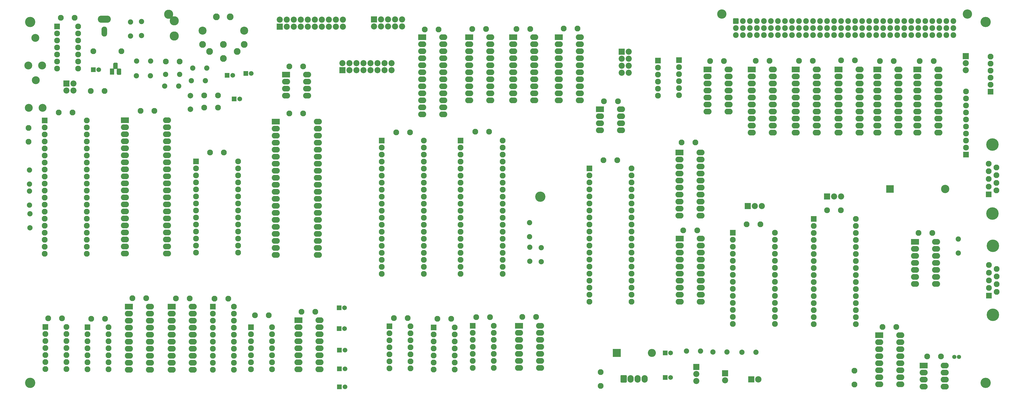
<source format=gts>
G04 #@! TF.GenerationSoftware,KiCad,Pcbnew,(5.1.5)-3*
G04 #@! TF.CreationDate,2021-01-05T18:48:48-06:00*
G04 #@! TF.ProjectId,SBC,5342432e-6b69-4636-9164-5f7063625858,rev?*
G04 #@! TF.SameCoordinates,Original*
G04 #@! TF.FileFunction,Soldermask,Top*
G04 #@! TF.FilePolarity,Negative*
%FSLAX46Y46*%
G04 Gerber Fmt 4.6, Leading zero omitted, Abs format (unit mm)*
G04 Created by KiCad (PCBNEW (5.1.5)-3) date 2021-01-05 18:48:48*
%MOMM*%
%LPD*%
G04 APERTURE LIST*
%ADD10O,2.208000X2.208000*%
%ADD11R,2.208000X2.208000*%
%ADD12C,3.708000*%
%ADD13C,3.008000*%
%ADD14R,2.678000X2.678000*%
%ADD15C,3.308000*%
%ADD16O,4.708000X2.608000*%
%ADD17O,2.058000X3.608000*%
%ADD18O,2.908000X2.108000*%
%ADD19R,2.908000X2.108000*%
%ADD20C,2.058000*%
%ADD21C,0.150000*%
%ADD22C,3.358000*%
%ADD23R,1.608000X2.308000*%
%ADD24C,2.108000*%
%ADD25C,2.008000*%
%ADD26C,1.508000*%
%ADD27O,2.108000X2.108000*%
%ADD28R,2.108000X2.108000*%
%ADD29C,2.848000*%
%ADD30O,1.908000X1.908000*%
%ADD31C,1.908000*%
%ADD32O,2.248000X2.708000*%
%ADD33C,2.458000*%
%ADD34C,2.908000*%
%ADD35C,4.508000*%
%ADD36C,2.308000*%
%ADD37R,2.308000X2.308000*%
%ADD38O,2.908000X2.908000*%
%ADD39R,2.908000X2.908000*%
%ADD40C,1.708000*%
%ADD41R,1.708000X1.708000*%
G04 APERTURE END LIST*
D10*
X145760000Y-74560000D03*
X145760000Y-77100000D03*
X143220000Y-74560000D03*
X143220000Y-77100000D03*
X140680000Y-74560000D03*
X140680000Y-77100000D03*
X138140000Y-74560000D03*
X138140000Y-77100000D03*
X135600000Y-74560000D03*
X135600000Y-77100000D03*
X133060000Y-74560000D03*
X133060000Y-77100000D03*
X130520000Y-74560000D03*
X130520000Y-77100000D03*
X127980000Y-74560000D03*
X127980000Y-77100000D03*
X125440000Y-74560000D03*
X125440000Y-77100000D03*
X122900000Y-74560000D03*
D11*
X122900000Y-77100000D03*
D10*
X163380000Y-90360000D03*
X163380000Y-92900000D03*
X160840000Y-90360000D03*
X160840000Y-92900000D03*
X158300000Y-90360000D03*
X158300000Y-92900000D03*
X155760000Y-90360000D03*
X155760000Y-92900000D03*
X153220000Y-90360000D03*
X153220000Y-92900000D03*
X150680000Y-90360000D03*
X150680000Y-92900000D03*
X148140000Y-90360000D03*
X148140000Y-92900000D03*
X145600000Y-90360000D03*
D11*
X145600000Y-92900000D03*
D12*
X217200000Y-138700000D03*
X378400000Y-75400000D03*
X378400000Y-206100000D03*
X32600000Y-206100000D03*
X32600000Y-75400000D03*
D13*
X363800000Y-135900000D03*
D14*
X343800000Y-135900000D03*
D15*
X84700000Y-80500000D03*
X84700000Y-75000000D03*
X82700000Y-72600000D03*
D16*
X59400000Y-74400000D03*
D17*
X59400000Y-78900000D03*
D18*
X285420000Y-92600000D03*
X277800000Y-107840000D03*
X285420000Y-95140000D03*
X277800000Y-105300000D03*
X285420000Y-97680000D03*
X277800000Y-102760000D03*
X285420000Y-100220000D03*
X277800000Y-100220000D03*
X285420000Y-102760000D03*
X277800000Y-97680000D03*
X285420000Y-105300000D03*
X277800000Y-95140000D03*
X285420000Y-107840000D03*
D19*
X277800000Y-92600000D03*
D20*
X366740000Y-80180000D03*
X364200000Y-80180000D03*
X361660000Y-80180000D03*
X359120000Y-80180000D03*
X356580000Y-80180000D03*
X354040000Y-80180000D03*
X351500000Y-80180000D03*
X348960000Y-80180000D03*
X346420000Y-80180000D03*
X343880000Y-80180000D03*
X341340000Y-80180000D03*
X338800000Y-80180000D03*
X336260000Y-80180000D03*
X333720000Y-80180000D03*
X331180000Y-80180000D03*
X328640000Y-80180000D03*
X326100000Y-80180000D03*
X323560000Y-80180000D03*
X321020000Y-80180000D03*
X318480000Y-80180000D03*
X315940000Y-80180000D03*
X313400000Y-80180000D03*
X310860000Y-80180000D03*
X308320000Y-80180000D03*
X305780000Y-80180000D03*
X303240000Y-80180000D03*
X300700000Y-80180000D03*
X298160000Y-80180000D03*
X295620000Y-80180000D03*
X293080000Y-80180000D03*
X290540000Y-80180000D03*
X288000000Y-80180000D03*
X366740000Y-77640000D03*
X364200000Y-77640000D03*
X361660000Y-77640000D03*
X359120000Y-77640000D03*
X356580000Y-77640000D03*
X354040000Y-77640000D03*
X351500000Y-77640000D03*
X348960000Y-77640000D03*
X346420000Y-77640000D03*
X343880000Y-77640000D03*
X341340000Y-77640000D03*
X338800000Y-77640000D03*
X336260000Y-77640000D03*
X333720000Y-77640000D03*
X331180000Y-77640000D03*
X328640000Y-77640000D03*
X326100000Y-77640000D03*
X323560000Y-77640000D03*
X321020000Y-77640000D03*
X318480000Y-77640000D03*
X315940000Y-77640000D03*
X313400000Y-77640000D03*
X310860000Y-77640000D03*
X308320000Y-77640000D03*
X305780000Y-77640000D03*
X303240000Y-77640000D03*
X300700000Y-77640000D03*
X298160000Y-77640000D03*
X295620000Y-77640000D03*
X293080000Y-77640000D03*
X290540000Y-77640000D03*
X288000000Y-77640000D03*
X366740000Y-75100000D03*
X364200000Y-75100000D03*
X361660000Y-75100000D03*
X359120000Y-75100000D03*
X356580000Y-75100000D03*
X354040000Y-75100000D03*
X351500000Y-75100000D03*
X348960000Y-75100000D03*
X346420000Y-75100000D03*
X343880000Y-75100000D03*
X341340000Y-75100000D03*
X338800000Y-75100000D03*
X336260000Y-75100000D03*
X333720000Y-75100000D03*
X331180000Y-75100000D03*
X328640000Y-75100000D03*
X326100000Y-75100000D03*
X323560000Y-75100000D03*
X321020000Y-75100000D03*
X318480000Y-75100000D03*
X315940000Y-75100000D03*
X313400000Y-75100000D03*
X310860000Y-75100000D03*
X308320000Y-75100000D03*
X305780000Y-75100000D03*
X303240000Y-75100000D03*
X300700000Y-75100000D03*
X298160000Y-75100000D03*
X295620000Y-75100000D03*
X293080000Y-75100000D03*
X290540000Y-75100000D03*
D21*
G36*
X288730139Y-74072595D02*
G01*
X288762303Y-74077367D01*
X288793844Y-74085267D01*
X288824460Y-74096222D01*
X288853854Y-74110124D01*
X288881744Y-74126841D01*
X288907861Y-74146210D01*
X288931953Y-74168047D01*
X288953790Y-74192139D01*
X288973159Y-74218256D01*
X288989876Y-74246146D01*
X289003778Y-74275540D01*
X289014733Y-74306156D01*
X289022633Y-74337697D01*
X289027405Y-74369861D01*
X289029000Y-74402338D01*
X289029000Y-75797662D01*
X289027405Y-75830139D01*
X289022633Y-75862303D01*
X289014733Y-75893844D01*
X289003778Y-75924460D01*
X288989876Y-75953854D01*
X288973159Y-75981744D01*
X288953790Y-76007861D01*
X288931953Y-76031953D01*
X288907861Y-76053790D01*
X288881744Y-76073159D01*
X288853854Y-76089876D01*
X288824460Y-76103778D01*
X288793844Y-76114733D01*
X288762303Y-76122633D01*
X288730139Y-76127405D01*
X288697662Y-76129000D01*
X287302338Y-76129000D01*
X287269861Y-76127405D01*
X287237697Y-76122633D01*
X287206156Y-76114733D01*
X287175540Y-76103778D01*
X287146146Y-76089876D01*
X287118256Y-76073159D01*
X287092139Y-76053790D01*
X287068047Y-76031953D01*
X287046210Y-76007861D01*
X287026841Y-75981744D01*
X287010124Y-75953854D01*
X286996222Y-75924460D01*
X286985267Y-75893844D01*
X286977367Y-75862303D01*
X286972595Y-75830139D01*
X286971000Y-75797662D01*
X286971000Y-74402338D01*
X286972595Y-74369861D01*
X286977367Y-74337697D01*
X286985267Y-74306156D01*
X286996222Y-74275540D01*
X287010124Y-74246146D01*
X287026841Y-74218256D01*
X287046210Y-74192139D01*
X287068047Y-74168047D01*
X287092139Y-74146210D01*
X287118256Y-74126841D01*
X287146146Y-74110124D01*
X287175540Y-74096222D01*
X287206156Y-74085267D01*
X287237697Y-74077367D01*
X287269861Y-74072595D01*
X287302338Y-74071000D01*
X288697662Y-74071000D01*
X288730139Y-74072595D01*
G37*
D22*
X371820000Y-72560000D03*
X282920000Y-72560000D03*
D23*
X62200000Y-93400000D03*
D21*
G36*
X65181403Y-92247936D02*
G01*
X65220426Y-92253724D01*
X65258694Y-92263310D01*
X65295839Y-92276600D01*
X65331501Y-92293468D01*
X65365339Y-92313749D01*
X65397026Y-92337250D01*
X65426257Y-92363743D01*
X65452750Y-92392974D01*
X65476251Y-92424661D01*
X65496532Y-92458499D01*
X65513400Y-92494161D01*
X65526690Y-92531306D01*
X65536276Y-92569574D01*
X65542064Y-92608597D01*
X65544000Y-92648000D01*
X65544000Y-94152000D01*
X65542064Y-94191403D01*
X65536276Y-94230426D01*
X65526690Y-94268694D01*
X65513400Y-94305839D01*
X65496532Y-94341501D01*
X65476251Y-94375339D01*
X65452750Y-94407026D01*
X65426257Y-94436257D01*
X65397026Y-94462750D01*
X65365339Y-94486251D01*
X65331501Y-94506532D01*
X65295839Y-94523400D01*
X65258694Y-94536690D01*
X65220426Y-94546276D01*
X65181403Y-94552064D01*
X65142000Y-94554000D01*
X64338000Y-94554000D01*
X64298597Y-94552064D01*
X64259574Y-94546276D01*
X64221306Y-94536690D01*
X64184161Y-94523400D01*
X64148499Y-94506532D01*
X64114661Y-94486251D01*
X64082974Y-94462750D01*
X64053743Y-94436257D01*
X64027250Y-94407026D01*
X64003749Y-94375339D01*
X63983468Y-94341501D01*
X63966600Y-94305839D01*
X63953310Y-94268694D01*
X63943724Y-94230426D01*
X63937936Y-94191403D01*
X63936000Y-94152000D01*
X63936000Y-92648000D01*
X63937936Y-92608597D01*
X63943724Y-92569574D01*
X63953310Y-92531306D01*
X63966600Y-92494161D01*
X63983468Y-92458499D01*
X64003749Y-92424661D01*
X64027250Y-92392974D01*
X64053743Y-92363743D01*
X64082974Y-92337250D01*
X64114661Y-92313749D01*
X64148499Y-92293468D01*
X64184161Y-92276600D01*
X64221306Y-92263310D01*
X64259574Y-92253724D01*
X64298597Y-92247936D01*
X64338000Y-92246000D01*
X65142000Y-92246000D01*
X65181403Y-92247936D01*
G37*
G36*
X63911403Y-90177936D02*
G01*
X63950426Y-90183724D01*
X63988694Y-90193310D01*
X64025839Y-90206600D01*
X64061501Y-90223468D01*
X64095339Y-90243749D01*
X64127026Y-90267250D01*
X64156257Y-90293743D01*
X64182750Y-90322974D01*
X64206251Y-90354661D01*
X64226532Y-90388499D01*
X64243400Y-90424161D01*
X64256690Y-90461306D01*
X64266276Y-90499574D01*
X64272064Y-90538597D01*
X64274000Y-90578000D01*
X64274000Y-92082000D01*
X64272064Y-92121403D01*
X64266276Y-92160426D01*
X64256690Y-92198694D01*
X64243400Y-92235839D01*
X64226532Y-92271501D01*
X64206251Y-92305339D01*
X64182750Y-92337026D01*
X64156257Y-92366257D01*
X64127026Y-92392750D01*
X64095339Y-92416251D01*
X64061501Y-92436532D01*
X64025839Y-92453400D01*
X63988694Y-92466690D01*
X63950426Y-92476276D01*
X63911403Y-92482064D01*
X63872000Y-92484000D01*
X63068000Y-92484000D01*
X63028597Y-92482064D01*
X62989574Y-92476276D01*
X62951306Y-92466690D01*
X62914161Y-92453400D01*
X62878499Y-92436532D01*
X62844661Y-92416251D01*
X62812974Y-92392750D01*
X62783743Y-92366257D01*
X62757250Y-92337026D01*
X62733749Y-92305339D01*
X62713468Y-92271501D01*
X62696600Y-92235839D01*
X62683310Y-92198694D01*
X62673724Y-92160426D01*
X62667936Y-92121403D01*
X62666000Y-92082000D01*
X62666000Y-90578000D01*
X62667936Y-90538597D01*
X62673724Y-90499574D01*
X62683310Y-90461306D01*
X62696600Y-90424161D01*
X62713468Y-90388499D01*
X62733749Y-90354661D01*
X62757250Y-90322974D01*
X62783743Y-90293743D01*
X62812974Y-90267250D01*
X62844661Y-90243749D01*
X62878499Y-90223468D01*
X62914161Y-90206600D01*
X62951306Y-90193310D01*
X62989574Y-90183724D01*
X63028597Y-90177936D01*
X63068000Y-90176000D01*
X63872000Y-90176000D01*
X63911403Y-90177936D01*
G37*
D24*
X340200000Y-89600000D03*
X345200000Y-89600000D03*
X326100000Y-89300000D03*
X331100000Y-89300000D03*
X357300000Y-196500000D03*
X362300000Y-196500000D03*
X354600000Y-89600000D03*
X359600000Y-89600000D03*
X341100000Y-185800000D03*
X346100000Y-185800000D03*
D25*
X90600000Y-102100000D03*
X90600000Y-107000000D03*
D24*
X131400000Y-108500000D03*
X126400000Y-108500000D03*
X47900000Y-108200000D03*
X42900000Y-108200000D03*
X85300000Y-175500000D03*
X90300000Y-175500000D03*
X48700000Y-73900000D03*
X43700000Y-73900000D03*
X131400000Y-91500000D03*
X126400000Y-91500000D03*
X77500000Y-107600000D03*
X72500000Y-107600000D03*
X130800000Y-180300000D03*
X135800000Y-180300000D03*
X102700000Y-122700000D03*
X97700000Y-122700000D03*
X165100000Y-115400000D03*
X170100000Y-115400000D03*
D26*
X368800000Y-196700000D03*
X367100000Y-196700000D03*
D27*
X186220000Y-186000000D03*
X178600000Y-201240000D03*
X186220000Y-188540000D03*
X178600000Y-198700000D03*
X186220000Y-191080000D03*
X178600000Y-196160000D03*
X186220000Y-193620000D03*
X178600000Y-193620000D03*
X186220000Y-196160000D03*
X178600000Y-191080000D03*
X186220000Y-198700000D03*
X178600000Y-188540000D03*
X186220000Y-201240000D03*
D28*
X178600000Y-186000000D03*
D27*
X175040000Y-118400000D03*
X159800000Y-166660000D03*
X175040000Y-120940000D03*
X159800000Y-164120000D03*
X175040000Y-123480000D03*
X159800000Y-161580000D03*
X175040000Y-126020000D03*
X159800000Y-159040000D03*
X175040000Y-128560000D03*
X159800000Y-156500000D03*
X175040000Y-131100000D03*
X159800000Y-153960000D03*
X175040000Y-133640000D03*
X159800000Y-151420000D03*
X175040000Y-136180000D03*
X159800000Y-148880000D03*
X175040000Y-138720000D03*
X159800000Y-146340000D03*
X175040000Y-141260000D03*
X159800000Y-143800000D03*
X175040000Y-143800000D03*
X159800000Y-141260000D03*
X175040000Y-146340000D03*
X159800000Y-138720000D03*
X175040000Y-148880000D03*
X159800000Y-136180000D03*
X175040000Y-151420000D03*
X159800000Y-133640000D03*
X175040000Y-153960000D03*
X159800000Y-131100000D03*
X175040000Y-156500000D03*
X159800000Y-128560000D03*
X175040000Y-159040000D03*
X159800000Y-126020000D03*
X175040000Y-161580000D03*
X159800000Y-123480000D03*
X175040000Y-164120000D03*
X159800000Y-120940000D03*
X175040000Y-166660000D03*
D28*
X159800000Y-118400000D03*
D27*
X203640000Y-118400000D03*
X188400000Y-166660000D03*
X203640000Y-120940000D03*
X188400000Y-164120000D03*
X203640000Y-123480000D03*
X188400000Y-161580000D03*
X203640000Y-126020000D03*
X188400000Y-159040000D03*
X203640000Y-128560000D03*
X188400000Y-156500000D03*
X203640000Y-131100000D03*
X188400000Y-153960000D03*
X203640000Y-133640000D03*
X188400000Y-151420000D03*
X203640000Y-136180000D03*
X188400000Y-148880000D03*
X203640000Y-138720000D03*
X188400000Y-146340000D03*
X203640000Y-141260000D03*
X188400000Y-143800000D03*
X203640000Y-143800000D03*
X188400000Y-141260000D03*
X203640000Y-146340000D03*
X188400000Y-138720000D03*
X203640000Y-148880000D03*
X188400000Y-136180000D03*
X203640000Y-151420000D03*
X188400000Y-133640000D03*
X203640000Y-153960000D03*
X188400000Y-131100000D03*
X203640000Y-156500000D03*
X188400000Y-128560000D03*
X203640000Y-159040000D03*
X188400000Y-126020000D03*
X203640000Y-161580000D03*
X188400000Y-123480000D03*
X203640000Y-164120000D03*
X188400000Y-120940000D03*
X203640000Y-166660000D03*
D28*
X188400000Y-118400000D03*
D27*
X53040000Y-111100000D03*
X37800000Y-159360000D03*
X53040000Y-113640000D03*
X37800000Y-156820000D03*
X53040000Y-116180000D03*
X37800000Y-154280000D03*
X53040000Y-118720000D03*
X37800000Y-151740000D03*
X53040000Y-121260000D03*
X37800000Y-149200000D03*
X53040000Y-123800000D03*
X37800000Y-146660000D03*
X53040000Y-126340000D03*
X37800000Y-144120000D03*
X53040000Y-128880000D03*
X37800000Y-141580000D03*
X53040000Y-131420000D03*
X37800000Y-139040000D03*
X53040000Y-133960000D03*
X37800000Y-136500000D03*
X53040000Y-136500000D03*
X37800000Y-133960000D03*
X53040000Y-139040000D03*
X37800000Y-131420000D03*
X53040000Y-141580000D03*
X37800000Y-128880000D03*
X53040000Y-144120000D03*
X37800000Y-126340000D03*
X53040000Y-146660000D03*
X37800000Y-123800000D03*
X53040000Y-149200000D03*
X37800000Y-121260000D03*
X53040000Y-151740000D03*
X37800000Y-118720000D03*
X53040000Y-154280000D03*
X37800000Y-116180000D03*
X53040000Y-156820000D03*
X37800000Y-113640000D03*
X53040000Y-159360000D03*
D28*
X37800000Y-111100000D03*
D27*
X45720000Y-185850000D03*
X38100000Y-201090000D03*
X45720000Y-188390000D03*
X38100000Y-198550000D03*
X45720000Y-190930000D03*
X38100000Y-196010000D03*
X45720000Y-193470000D03*
X38100000Y-193470000D03*
X45720000Y-196010000D03*
X38100000Y-190930000D03*
X45720000Y-198550000D03*
X38100000Y-188390000D03*
X45720000Y-201090000D03*
D28*
X38100000Y-185850000D03*
D27*
X49920000Y-77000000D03*
X42300000Y-92240000D03*
X49920000Y-79540000D03*
X42300000Y-89700000D03*
X49920000Y-82080000D03*
X42300000Y-87160000D03*
X49920000Y-84620000D03*
X42300000Y-84620000D03*
X49920000Y-87160000D03*
X42300000Y-82080000D03*
X49920000Y-89700000D03*
X42300000Y-79540000D03*
X49920000Y-92240000D03*
D28*
X42300000Y-77000000D03*
D27*
X60920000Y-185950000D03*
X53300000Y-201190000D03*
X60920000Y-188490000D03*
X53300000Y-198650000D03*
X60920000Y-191030000D03*
X53300000Y-196110000D03*
X60920000Y-193570000D03*
X53300000Y-193570000D03*
X60920000Y-196110000D03*
X53300000Y-191030000D03*
X60920000Y-198650000D03*
X53300000Y-188490000D03*
X60920000Y-201190000D03*
D28*
X53300000Y-185950000D03*
D27*
X107840000Y-125900000D03*
X92600000Y-158920000D03*
X107840000Y-128440000D03*
X92600000Y-156380000D03*
X107840000Y-130980000D03*
X92600000Y-153840000D03*
X107840000Y-133520000D03*
X92600000Y-151300000D03*
X107840000Y-136060000D03*
X92600000Y-148760000D03*
X107840000Y-138600000D03*
X92600000Y-146220000D03*
X107840000Y-141140000D03*
X92600000Y-143680000D03*
X107840000Y-143680000D03*
X92600000Y-141140000D03*
X107840000Y-146220000D03*
X92600000Y-138600000D03*
X107840000Y-148760000D03*
X92600000Y-136060000D03*
X107840000Y-151300000D03*
X92600000Y-133520000D03*
X107840000Y-153840000D03*
X92600000Y-130980000D03*
X107840000Y-156380000D03*
X92600000Y-128440000D03*
X107840000Y-158920000D03*
D28*
X92600000Y-125900000D03*
D27*
X120120000Y-185950000D03*
X112500000Y-201190000D03*
X120120000Y-188490000D03*
X112500000Y-198650000D03*
X120120000Y-191030000D03*
X112500000Y-196110000D03*
X120120000Y-193570000D03*
X112500000Y-193570000D03*
X120120000Y-196110000D03*
X112500000Y-191030000D03*
X120120000Y-198650000D03*
X112500000Y-188490000D03*
X120120000Y-201190000D03*
D28*
X112500000Y-185950000D03*
D27*
X106320000Y-178450000D03*
X98700000Y-201310000D03*
X106320000Y-180990000D03*
X98700000Y-198770000D03*
X106320000Y-183530000D03*
X98700000Y-196230000D03*
X106320000Y-186070000D03*
X98700000Y-193690000D03*
X106320000Y-188610000D03*
X98700000Y-191150000D03*
X106320000Y-191150000D03*
X98700000Y-188610000D03*
X106320000Y-193690000D03*
X98700000Y-186070000D03*
X106320000Y-196230000D03*
X98700000Y-183530000D03*
X106320000Y-198770000D03*
X98700000Y-180990000D03*
X106320000Y-201310000D03*
D28*
X98700000Y-178450000D03*
D18*
X91420000Y-178450000D03*
X83800000Y-201310000D03*
X91420000Y-180990000D03*
X83800000Y-198770000D03*
X91420000Y-183530000D03*
X83800000Y-196230000D03*
X91420000Y-186070000D03*
X83800000Y-193690000D03*
X91420000Y-188610000D03*
X83800000Y-191150000D03*
X91420000Y-191150000D03*
X83800000Y-188610000D03*
X91420000Y-193690000D03*
X83800000Y-186070000D03*
X91420000Y-196230000D03*
X83800000Y-183530000D03*
X91420000Y-198770000D03*
X83800000Y-180990000D03*
X91420000Y-201310000D03*
D19*
X83800000Y-178450000D03*
D18*
X75920000Y-178450000D03*
X68300000Y-201310000D03*
X75920000Y-180990000D03*
X68300000Y-198770000D03*
X75920000Y-183530000D03*
X68300000Y-196230000D03*
X75920000Y-186070000D03*
X68300000Y-193690000D03*
X75920000Y-188610000D03*
X68300000Y-191150000D03*
X75920000Y-191150000D03*
X68300000Y-188610000D03*
X75920000Y-193690000D03*
X68300000Y-186070000D03*
X75920000Y-196230000D03*
X68300000Y-183530000D03*
X75920000Y-198770000D03*
X68300000Y-180990000D03*
X75920000Y-201310000D03*
D19*
X68300000Y-178450000D03*
D18*
X82140000Y-110950000D03*
X66900000Y-159210000D03*
X82140000Y-113490000D03*
X66900000Y-156670000D03*
X82140000Y-116030000D03*
X66900000Y-154130000D03*
X82140000Y-118570000D03*
X66900000Y-151590000D03*
X82140000Y-121110000D03*
X66900000Y-149050000D03*
X82140000Y-123650000D03*
X66900000Y-146510000D03*
X82140000Y-126190000D03*
X66900000Y-143970000D03*
X82140000Y-128730000D03*
X66900000Y-141430000D03*
X82140000Y-131270000D03*
X66900000Y-138890000D03*
X82140000Y-133810000D03*
X66900000Y-136350000D03*
X82140000Y-136350000D03*
X66900000Y-133810000D03*
X82140000Y-138890000D03*
X66900000Y-131270000D03*
X82140000Y-141430000D03*
X66900000Y-128730000D03*
X82140000Y-143970000D03*
X66900000Y-126190000D03*
X82140000Y-146510000D03*
X66900000Y-123650000D03*
X82140000Y-149050000D03*
X66900000Y-121110000D03*
X82140000Y-151590000D03*
X66900000Y-118570000D03*
X82140000Y-154130000D03*
X66900000Y-116030000D03*
X82140000Y-156670000D03*
X66900000Y-113490000D03*
X82140000Y-159210000D03*
D19*
X66900000Y-110950000D03*
D18*
X301420000Y-92600000D03*
X293800000Y-115460000D03*
X301420000Y-95140000D03*
X293800000Y-112920000D03*
X301420000Y-97680000D03*
X293800000Y-110380000D03*
X301420000Y-100220000D03*
X293800000Y-107840000D03*
X301420000Y-102760000D03*
X293800000Y-105300000D03*
X301420000Y-105300000D03*
X293800000Y-102760000D03*
X301420000Y-107840000D03*
X293800000Y-100220000D03*
X301420000Y-110380000D03*
X293800000Y-97680000D03*
X301420000Y-112920000D03*
X293800000Y-95140000D03*
X301420000Y-115460000D03*
D19*
X293800000Y-92600000D03*
D18*
X317320000Y-92600000D03*
X309700000Y-115460000D03*
X317320000Y-95140000D03*
X309700000Y-112920000D03*
X317320000Y-97680000D03*
X309700000Y-110380000D03*
X317320000Y-100220000D03*
X309700000Y-107840000D03*
X317320000Y-102760000D03*
X309700000Y-105300000D03*
X317320000Y-105300000D03*
X309700000Y-102760000D03*
X317320000Y-107840000D03*
X309700000Y-100220000D03*
X317320000Y-110380000D03*
X309700000Y-97680000D03*
X317320000Y-112920000D03*
X309700000Y-95140000D03*
X317320000Y-115460000D03*
D19*
X309700000Y-92600000D03*
D18*
X332820000Y-92600000D03*
X325200000Y-115460000D03*
X332820000Y-95140000D03*
X325200000Y-112920000D03*
X332820000Y-97680000D03*
X325200000Y-110380000D03*
X332820000Y-100220000D03*
X325200000Y-107840000D03*
X332820000Y-102760000D03*
X325200000Y-105300000D03*
X332820000Y-105300000D03*
X325200000Y-102760000D03*
X332820000Y-107840000D03*
X325200000Y-100220000D03*
X332820000Y-110380000D03*
X325200000Y-97680000D03*
X332820000Y-112920000D03*
X325200000Y-95140000D03*
X332820000Y-115460000D03*
D19*
X325200000Y-92600000D03*
D18*
X346820000Y-92600000D03*
X339200000Y-115460000D03*
X346820000Y-95140000D03*
X339200000Y-112920000D03*
X346820000Y-97680000D03*
X339200000Y-110380000D03*
X346820000Y-100220000D03*
X339200000Y-107840000D03*
X346820000Y-102760000D03*
X339200000Y-105300000D03*
X346820000Y-105300000D03*
X339200000Y-102760000D03*
X346820000Y-107840000D03*
X339200000Y-100220000D03*
X346820000Y-110380000D03*
X339200000Y-97680000D03*
X346820000Y-112920000D03*
X339200000Y-95140000D03*
X346820000Y-115460000D03*
D19*
X339200000Y-92600000D03*
D18*
X361320000Y-92600000D03*
X353700000Y-115460000D03*
X361320000Y-95140000D03*
X353700000Y-112920000D03*
X361320000Y-97680000D03*
X353700000Y-110380000D03*
X361320000Y-100220000D03*
X353700000Y-107840000D03*
X361320000Y-102760000D03*
X353700000Y-105300000D03*
X361320000Y-105300000D03*
X353700000Y-102760000D03*
X361320000Y-107840000D03*
X353700000Y-100220000D03*
X361320000Y-110380000D03*
X353700000Y-97680000D03*
X361320000Y-112920000D03*
X353700000Y-95140000D03*
X361320000Y-115460000D03*
D19*
X353700000Y-92600000D03*
D18*
X199120000Y-80960000D03*
X191500000Y-103820000D03*
X199120000Y-83500000D03*
X191500000Y-101280000D03*
X199120000Y-86040000D03*
X191500000Y-98740000D03*
X199120000Y-88580000D03*
X191500000Y-96200000D03*
X199120000Y-91120000D03*
X191500000Y-93660000D03*
X199120000Y-93660000D03*
X191500000Y-91120000D03*
X199120000Y-96200000D03*
X191500000Y-88580000D03*
X199120000Y-98740000D03*
X191500000Y-86040000D03*
X199120000Y-101280000D03*
X191500000Y-83500000D03*
X199120000Y-103820000D03*
D19*
X191500000Y-80960000D03*
D18*
X182120000Y-80960000D03*
X174500000Y-108900000D03*
X182120000Y-83500000D03*
X174500000Y-106360000D03*
X182120000Y-86040000D03*
X174500000Y-103820000D03*
X182120000Y-88580000D03*
X174500000Y-101280000D03*
X182120000Y-91120000D03*
X174500000Y-98740000D03*
X182120000Y-93660000D03*
X174500000Y-96200000D03*
X182120000Y-96200000D03*
X174500000Y-93660000D03*
X182120000Y-98740000D03*
X174500000Y-91120000D03*
X182120000Y-101280000D03*
X174500000Y-88580000D03*
X182120000Y-103820000D03*
X174500000Y-86040000D03*
X182120000Y-106360000D03*
X174500000Y-83500000D03*
X182120000Y-108900000D03*
D19*
X174500000Y-80960000D03*
D18*
X215020000Y-80960000D03*
X207400000Y-103820000D03*
X215020000Y-83500000D03*
X207400000Y-101280000D03*
X215020000Y-86040000D03*
X207400000Y-98740000D03*
X215020000Y-88580000D03*
X207400000Y-96200000D03*
X215020000Y-91120000D03*
X207400000Y-93660000D03*
X215020000Y-93660000D03*
X207400000Y-91120000D03*
X215020000Y-96200000D03*
X207400000Y-88580000D03*
X215020000Y-98740000D03*
X207400000Y-86040000D03*
X215020000Y-101280000D03*
X207400000Y-83500000D03*
X215020000Y-103820000D03*
D19*
X207400000Y-80960000D03*
D18*
X231520000Y-80960000D03*
X223900000Y-103820000D03*
X231520000Y-83500000D03*
X223900000Y-101280000D03*
X231520000Y-86040000D03*
X223900000Y-98740000D03*
X231520000Y-88580000D03*
X223900000Y-96200000D03*
X231520000Y-91120000D03*
X223900000Y-93660000D03*
X231520000Y-93660000D03*
X223900000Y-91120000D03*
X231520000Y-96200000D03*
X223900000Y-88580000D03*
X231520000Y-98740000D03*
X223900000Y-86040000D03*
X231520000Y-101280000D03*
X223900000Y-83500000D03*
X231520000Y-103820000D03*
D19*
X223900000Y-80960000D03*
D18*
X137320000Y-183400000D03*
X129700000Y-201180000D03*
X137320000Y-185940000D03*
X129700000Y-198640000D03*
X137320000Y-188480000D03*
X129700000Y-196100000D03*
X137320000Y-191020000D03*
X129700000Y-193560000D03*
X137320000Y-193560000D03*
X129700000Y-191020000D03*
X137320000Y-196100000D03*
X129700000Y-188480000D03*
X137320000Y-198640000D03*
X129700000Y-185940000D03*
X137320000Y-201180000D03*
D19*
X129700000Y-183400000D03*
D18*
X363620000Y-199800000D03*
X356000000Y-207420000D03*
X363620000Y-202340000D03*
X356000000Y-204880000D03*
X363620000Y-204880000D03*
X356000000Y-202340000D03*
X363620000Y-207420000D03*
D19*
X356000000Y-199800000D03*
D18*
X347520000Y-188800000D03*
X339900000Y-206580000D03*
X347520000Y-191340000D03*
X339900000Y-204040000D03*
X347520000Y-193880000D03*
X339900000Y-201500000D03*
X347520000Y-196420000D03*
X339900000Y-198960000D03*
X347520000Y-198960000D03*
X339900000Y-196420000D03*
X347520000Y-201500000D03*
X339900000Y-193880000D03*
X347520000Y-204040000D03*
X339900000Y-191340000D03*
X347520000Y-206580000D03*
D19*
X339900000Y-188800000D03*
D18*
X136740000Y-111500000D03*
X121500000Y-159760000D03*
X136740000Y-114040000D03*
X121500000Y-157220000D03*
X136740000Y-116580000D03*
X121500000Y-154680000D03*
X136740000Y-119120000D03*
X121500000Y-152140000D03*
X136740000Y-121660000D03*
X121500000Y-149600000D03*
X136740000Y-124200000D03*
X121500000Y-147060000D03*
X136740000Y-126740000D03*
X121500000Y-144520000D03*
X136740000Y-129280000D03*
X121500000Y-141980000D03*
X136740000Y-131820000D03*
X121500000Y-139440000D03*
X136740000Y-134360000D03*
X121500000Y-136900000D03*
X136740000Y-136900000D03*
X121500000Y-134360000D03*
X136740000Y-139440000D03*
X121500000Y-131820000D03*
X136740000Y-141980000D03*
X121500000Y-129280000D03*
X136740000Y-144520000D03*
X121500000Y-126740000D03*
X136740000Y-147060000D03*
X121500000Y-124200000D03*
X136740000Y-149600000D03*
X121500000Y-121660000D03*
X136740000Y-152140000D03*
X121500000Y-119120000D03*
X136740000Y-154680000D03*
X121500000Y-116580000D03*
X136740000Y-157220000D03*
X121500000Y-114040000D03*
X136740000Y-159760000D03*
D19*
X121500000Y-111500000D03*
D18*
X275320000Y-153850000D03*
X267700000Y-176710000D03*
X275320000Y-156390000D03*
X267700000Y-174170000D03*
X275320000Y-158930000D03*
X267700000Y-171630000D03*
X275320000Y-161470000D03*
X267700000Y-169090000D03*
X275320000Y-164010000D03*
X267700000Y-166550000D03*
X275320000Y-166550000D03*
X267700000Y-164010000D03*
X275320000Y-169090000D03*
X267700000Y-161470000D03*
X275320000Y-171630000D03*
X267700000Y-158930000D03*
X275320000Y-174170000D03*
X267700000Y-156390000D03*
X275320000Y-176710000D03*
D19*
X267700000Y-153850000D03*
D18*
X275220000Y-122700000D03*
X267600000Y-145560000D03*
X275220000Y-125240000D03*
X267600000Y-143020000D03*
X275220000Y-127780000D03*
X267600000Y-140480000D03*
X275220000Y-130320000D03*
X267600000Y-137940000D03*
X275220000Y-132860000D03*
X267600000Y-135400000D03*
X275220000Y-135400000D03*
X267600000Y-132860000D03*
X275220000Y-137940000D03*
X267600000Y-130320000D03*
X275220000Y-140480000D03*
X267600000Y-127780000D03*
X275220000Y-143020000D03*
X267600000Y-125240000D03*
X275220000Y-145560000D03*
D19*
X267600000Y-122700000D03*
D18*
X217120000Y-185400000D03*
X209500000Y-200640000D03*
X217120000Y-187940000D03*
X209500000Y-198100000D03*
X217120000Y-190480000D03*
X209500000Y-195560000D03*
X217120000Y-193020000D03*
X209500000Y-193020000D03*
X217120000Y-195560000D03*
X209500000Y-190480000D03*
X217120000Y-198100000D03*
X209500000Y-187940000D03*
X217120000Y-200640000D03*
D19*
X209500000Y-185400000D03*
D18*
X360520000Y-155000000D03*
X352900000Y-170240000D03*
X360520000Y-157540000D03*
X352900000Y-167700000D03*
X360520000Y-160080000D03*
X352900000Y-165160000D03*
X360520000Y-162620000D03*
X352900000Y-162620000D03*
X360520000Y-165160000D03*
X352900000Y-160080000D03*
X360520000Y-167700000D03*
X352900000Y-157540000D03*
X360520000Y-170240000D03*
D19*
X352900000Y-155000000D03*
D27*
X302140000Y-151750000D03*
X286900000Y-184770000D03*
X302140000Y-154290000D03*
X286900000Y-182230000D03*
X302140000Y-156830000D03*
X286900000Y-179690000D03*
X302140000Y-159370000D03*
X286900000Y-177150000D03*
X302140000Y-161910000D03*
X286900000Y-174610000D03*
X302140000Y-164450000D03*
X286900000Y-172070000D03*
X302140000Y-166990000D03*
X286900000Y-169530000D03*
X302140000Y-169530000D03*
X286900000Y-166990000D03*
X302140000Y-172070000D03*
X286900000Y-164450000D03*
X302140000Y-174610000D03*
X286900000Y-161910000D03*
X302140000Y-177150000D03*
X286900000Y-159370000D03*
X302140000Y-179690000D03*
X286900000Y-156830000D03*
X302140000Y-182230000D03*
X286900000Y-154290000D03*
X302140000Y-184770000D03*
D28*
X286900000Y-151750000D03*
D27*
X250240000Y-128450000D03*
X235000000Y-176710000D03*
X250240000Y-130990000D03*
X235000000Y-174170000D03*
X250240000Y-133530000D03*
X235000000Y-171630000D03*
X250240000Y-136070000D03*
X235000000Y-169090000D03*
X250240000Y-138610000D03*
X235000000Y-166550000D03*
X250240000Y-141150000D03*
X235000000Y-164010000D03*
X250240000Y-143690000D03*
X235000000Y-161470000D03*
X250240000Y-146230000D03*
X235000000Y-158930000D03*
X250240000Y-148770000D03*
X235000000Y-156390000D03*
X250240000Y-151310000D03*
X235000000Y-153850000D03*
X250240000Y-153850000D03*
X235000000Y-151310000D03*
X250240000Y-156390000D03*
X235000000Y-148770000D03*
X250240000Y-158930000D03*
X235000000Y-146230000D03*
X250240000Y-161470000D03*
X235000000Y-143690000D03*
X250240000Y-164010000D03*
X235000000Y-141150000D03*
X250240000Y-166550000D03*
X235000000Y-138610000D03*
X250240000Y-169090000D03*
X235000000Y-136070000D03*
X250240000Y-171630000D03*
X235000000Y-133530000D03*
X250240000Y-174170000D03*
X235000000Y-130990000D03*
X250240000Y-176710000D03*
D28*
X235000000Y-128450000D03*
D27*
X170220000Y-185600000D03*
X162600000Y-200840000D03*
X170220000Y-188140000D03*
X162600000Y-198300000D03*
X170220000Y-190680000D03*
X162600000Y-195760000D03*
X170220000Y-193220000D03*
X162600000Y-193220000D03*
X170220000Y-195760000D03*
X162600000Y-190680000D03*
X170220000Y-198300000D03*
X162600000Y-188140000D03*
X170220000Y-200840000D03*
D28*
X162600000Y-185600000D03*
D27*
X331440000Y-146700000D03*
X316200000Y-184800000D03*
X331440000Y-149240000D03*
X316200000Y-182260000D03*
X331440000Y-151780000D03*
X316200000Y-179720000D03*
X331440000Y-154320000D03*
X316200000Y-177180000D03*
X331440000Y-156860000D03*
X316200000Y-174640000D03*
X331440000Y-159400000D03*
X316200000Y-172100000D03*
X331440000Y-161940000D03*
X316200000Y-169560000D03*
X331440000Y-164480000D03*
X316200000Y-167020000D03*
X331440000Y-167020000D03*
X316200000Y-164480000D03*
X331440000Y-169560000D03*
X316200000Y-161940000D03*
X331440000Y-172100000D03*
X316200000Y-159400000D03*
X331440000Y-174640000D03*
X316200000Y-156860000D03*
X331440000Y-177180000D03*
X316200000Y-154320000D03*
X331440000Y-179720000D03*
X316200000Y-151780000D03*
X331440000Y-182260000D03*
X316200000Y-149240000D03*
X331440000Y-184800000D03*
D28*
X316200000Y-146700000D03*
D27*
X200420000Y-185400000D03*
X192800000Y-200640000D03*
X200420000Y-187940000D03*
X192800000Y-198100000D03*
X200420000Y-190480000D03*
X192800000Y-195560000D03*
X200420000Y-193020000D03*
X192800000Y-193020000D03*
X200420000Y-195560000D03*
X192800000Y-190480000D03*
X200420000Y-198100000D03*
X192800000Y-187940000D03*
X200420000Y-200640000D03*
D28*
X192800000Y-185400000D03*
D29*
X37100000Y-106500000D03*
X34600000Y-96500000D03*
X32100000Y-106500000D03*
X36900000Y-91200000D03*
X34400000Y-81200000D03*
X31900000Y-91200000D03*
D27*
X371300000Y-100540000D03*
X371300000Y-103080000D03*
X371300000Y-105620000D03*
X371300000Y-108160000D03*
X371300000Y-110700000D03*
X371300000Y-113240000D03*
X371300000Y-115780000D03*
X371300000Y-118320000D03*
X371300000Y-120860000D03*
D28*
X371300000Y-123400000D03*
D27*
X380200000Y-88000000D03*
X380200000Y-90540000D03*
X380200000Y-93080000D03*
X380200000Y-95620000D03*
X380200000Y-98160000D03*
D28*
X380200000Y-100700000D03*
D27*
X267400000Y-101900000D03*
X267400000Y-99360000D03*
X267400000Y-96820000D03*
X267400000Y-94280000D03*
X267400000Y-91740000D03*
D28*
X267400000Y-89200000D03*
D27*
X259800000Y-102100000D03*
X259800000Y-99560000D03*
X259800000Y-97020000D03*
X259800000Y-94480000D03*
X259800000Y-91940000D03*
D28*
X259800000Y-89400000D03*
D30*
X213300000Y-153180000D03*
D31*
X213300000Y-148100000D03*
D30*
X217600000Y-162180000D03*
D31*
X217600000Y-157100000D03*
D30*
X81220000Y-98600000D03*
D31*
X86300000Y-98600000D03*
D30*
X81620000Y-94400000D03*
D31*
X86700000Y-94400000D03*
D30*
X91420000Y-92100000D03*
D31*
X96500000Y-92100000D03*
D30*
X32300000Y-134080000D03*
D31*
X32300000Y-129000000D03*
D30*
X90920000Y-96700000D03*
D31*
X96000000Y-96700000D03*
D30*
X32315000Y-141715000D03*
D31*
X32315000Y-136635000D03*
D30*
X32500000Y-149980000D03*
D31*
X32500000Y-144900000D03*
D30*
X71020000Y-94900000D03*
D31*
X76100000Y-94900000D03*
D30*
X71120000Y-89600000D03*
D31*
X76200000Y-89600000D03*
D30*
X68900000Y-80480000D03*
D31*
X68900000Y-75400000D03*
D30*
X72900000Y-80380000D03*
D31*
X72900000Y-75300000D03*
D30*
X213400000Y-162080000D03*
D31*
X213400000Y-157000000D03*
D30*
X368500000Y-159080000D03*
D31*
X368500000Y-154000000D03*
D30*
X290220000Y-195000000D03*
D31*
X295300000Y-195000000D03*
D30*
X279720000Y-194900000D03*
D31*
X284800000Y-194900000D03*
D30*
X270120000Y-194600000D03*
D31*
X275200000Y-194600000D03*
D10*
X48240000Y-100240000D03*
X45700000Y-100240000D03*
X48240000Y-97700000D03*
D11*
X45700000Y-97700000D03*
D10*
X167160000Y-77040000D03*
X167160000Y-74500000D03*
X164620000Y-77040000D03*
X164620000Y-74500000D03*
X162080000Y-77040000D03*
X162080000Y-74500000D03*
X159540000Y-77040000D03*
X159540000Y-74500000D03*
X157000000Y-77040000D03*
D11*
X157000000Y-74500000D03*
D18*
X132820000Y-94500000D03*
X125200000Y-102120000D03*
X132820000Y-97040000D03*
X125200000Y-99580000D03*
X132820000Y-99580000D03*
X125200000Y-97040000D03*
X132820000Y-102120000D03*
D19*
X125200000Y-94500000D03*
D18*
X246420000Y-107000000D03*
X238800000Y-114620000D03*
X246420000Y-109540000D03*
X238800000Y-112080000D03*
X246420000Y-112080000D03*
X238800000Y-109540000D03*
X246420000Y-114620000D03*
D19*
X238800000Y-107000000D03*
D10*
X284100000Y-205140000D03*
D11*
X284100000Y-202600000D03*
D32*
X255020000Y-204600000D03*
X252480000Y-204600000D03*
X249940000Y-204600000D03*
D21*
G36*
X248232670Y-203247555D02*
G01*
X248264024Y-203252206D01*
X248294770Y-203259908D01*
X248324614Y-203270586D01*
X248353267Y-203284138D01*
X248380455Y-203300433D01*
X248405913Y-203319315D01*
X248429399Y-203340601D01*
X248450685Y-203364087D01*
X248469567Y-203389545D01*
X248485862Y-203416733D01*
X248499414Y-203445386D01*
X248510092Y-203475230D01*
X248517794Y-203505976D01*
X248522445Y-203537330D01*
X248524000Y-203568988D01*
X248524000Y-205631012D01*
X248522445Y-205662670D01*
X248517794Y-205694024D01*
X248510092Y-205724770D01*
X248499414Y-205754614D01*
X248485862Y-205783267D01*
X248469567Y-205810455D01*
X248450685Y-205835913D01*
X248429399Y-205859399D01*
X248405913Y-205880685D01*
X248380455Y-205899567D01*
X248353267Y-205915862D01*
X248324614Y-205929414D01*
X248294770Y-205940092D01*
X248264024Y-205947794D01*
X248232670Y-205952445D01*
X248201012Y-205954000D01*
X246598988Y-205954000D01*
X246567330Y-205952445D01*
X246535976Y-205947794D01*
X246505230Y-205940092D01*
X246475386Y-205929414D01*
X246446733Y-205915862D01*
X246419545Y-205899567D01*
X246394087Y-205880685D01*
X246370601Y-205859399D01*
X246349315Y-205835913D01*
X246330433Y-205810455D01*
X246314138Y-205783267D01*
X246300586Y-205754614D01*
X246289908Y-205724770D01*
X246282206Y-205694024D01*
X246277555Y-205662670D01*
X246276000Y-205631012D01*
X246276000Y-203568988D01*
X246277555Y-203537330D01*
X246282206Y-203505976D01*
X246289908Y-203475230D01*
X246300586Y-203445386D01*
X246314138Y-203416733D01*
X246330433Y-203389545D01*
X246349315Y-203364087D01*
X246370601Y-203340601D01*
X246394087Y-203319315D01*
X246419545Y-203300433D01*
X246446733Y-203284138D01*
X246475386Y-203270586D01*
X246505230Y-203259908D01*
X246535976Y-203252206D01*
X246567330Y-203247555D01*
X246598988Y-203246000D01*
X248201012Y-203246000D01*
X248232670Y-203247555D01*
G37*
D27*
X65560000Y-86000000D03*
D24*
X55400000Y-86000000D03*
D10*
X371200000Y-92880000D03*
X371200000Y-90340000D03*
D11*
X371200000Y-87800000D03*
D10*
X297380000Y-142100000D03*
X294840000Y-142100000D03*
D11*
X292300000Y-142100000D03*
D10*
X326080000Y-138600000D03*
X323540000Y-138600000D03*
D11*
X321000000Y-138600000D03*
D10*
X273700000Y-205380000D03*
X273700000Y-202840000D03*
D11*
X273700000Y-200300000D03*
D33*
X102500000Y-83600000D03*
X97500000Y-86100000D03*
X95000000Y-83600000D03*
X107500000Y-86100000D03*
X110000000Y-83600000D03*
X105000000Y-73600000D03*
X100000000Y-73600000D03*
X102500000Y-88600000D03*
D34*
X110000000Y-78600000D03*
X95000000Y-78600000D03*
D35*
X381020000Y-156460000D03*
X381020000Y-181460000D03*
D24*
X382440000Y-164805000D03*
X382440000Y-167575000D03*
X382440000Y-170345000D03*
X382440000Y-173115000D03*
X379600000Y-163420000D03*
X379600000Y-166190000D03*
X379600000Y-168960000D03*
X379600000Y-171730000D03*
D28*
X379600000Y-174500000D03*
D35*
X380920000Y-119760000D03*
X380920000Y-144760000D03*
D24*
X382340000Y-128105000D03*
X382340000Y-130875000D03*
X382340000Y-133645000D03*
X382340000Y-136415000D03*
X379500000Y-126720000D03*
X379500000Y-129490000D03*
X379500000Y-132260000D03*
X379500000Y-135030000D03*
D28*
X379500000Y-137800000D03*
D10*
X249240000Y-93780000D03*
X246700000Y-93780000D03*
X249240000Y-91240000D03*
X246700000Y-91240000D03*
X249240000Y-88700000D03*
X246700000Y-88700000D03*
X249240000Y-86160000D03*
D11*
X246700000Y-86160000D03*
D36*
X296140000Y-204800000D03*
D37*
X293600000Y-204800000D03*
D38*
X257600000Y-195200000D03*
D39*
X244900000Y-195200000D03*
D40*
X112600000Y-94100000D03*
D41*
X110600000Y-94100000D03*
D40*
X108400000Y-103300000D03*
D41*
X106400000Y-103300000D03*
D24*
X81700000Y-89700000D03*
X86700000Y-89700000D03*
X32000000Y-118800000D03*
X32000000Y-113800000D03*
X54500000Y-100400000D03*
X59500000Y-100400000D03*
D40*
X105900000Y-94700000D03*
D41*
X103900000Y-94700000D03*
D40*
X57400000Y-92700000D03*
D41*
X55400000Y-92700000D03*
D24*
X100600000Y-102000000D03*
X95600000Y-102000000D03*
X100600000Y-106400000D03*
X95600000Y-106400000D03*
X192600000Y-78000000D03*
X197600000Y-78000000D03*
X310900000Y-89500000D03*
X315900000Y-89500000D03*
X268400000Y-119000000D03*
X273400000Y-119000000D03*
X295200000Y-89500000D03*
X300200000Y-89500000D03*
X175400000Y-78100000D03*
X180400000Y-78100000D03*
X208600000Y-78000000D03*
X213600000Y-78000000D03*
X118900000Y-181600000D03*
X113900000Y-181600000D03*
X193700000Y-115100000D03*
X198700000Y-115100000D03*
X54700000Y-182900000D03*
X59700000Y-182900000D03*
X69600000Y-175400000D03*
X74600000Y-175400000D03*
D40*
X146500000Y-207500000D03*
D41*
X144500000Y-207500000D03*
D24*
X210700000Y-182200000D03*
X215700000Y-182200000D03*
X194000000Y-182300000D03*
X199000000Y-182300000D03*
X164200000Y-182600000D03*
X169200000Y-182600000D03*
X321000000Y-143600000D03*
X326000000Y-143600000D03*
X354100000Y-151800000D03*
X359100000Y-151800000D03*
D40*
X146500000Y-194200000D03*
D41*
X144500000Y-194200000D03*
D40*
X146500000Y-201000000D03*
D41*
X144500000Y-201000000D03*
D24*
X330900000Y-206700000D03*
X330900000Y-201700000D03*
X239100000Y-207200000D03*
X239100000Y-202200000D03*
D40*
X146400000Y-186400000D03*
D41*
X144400000Y-186400000D03*
D24*
X278700000Y-89600000D03*
X283700000Y-89600000D03*
X269000000Y-150900000D03*
X274000000Y-150900000D03*
X39100000Y-182700000D03*
X44100000Y-182700000D03*
X99300000Y-175600000D03*
X104300000Y-175600000D03*
D40*
X146400000Y-178900000D03*
D41*
X144400000Y-178900000D03*
D24*
X291900000Y-148700000D03*
X296900000Y-148700000D03*
X225700000Y-77800000D03*
X230700000Y-77800000D03*
X180000000Y-182900000D03*
X185000000Y-182900000D03*
X240100000Y-125500000D03*
X245100000Y-125500000D03*
D40*
X264400000Y-195200000D03*
D41*
X262400000Y-195200000D03*
D24*
X240300000Y-104100000D03*
X245300000Y-104100000D03*
D40*
X264400000Y-204100000D03*
D41*
X262400000Y-204100000D03*
M02*

</source>
